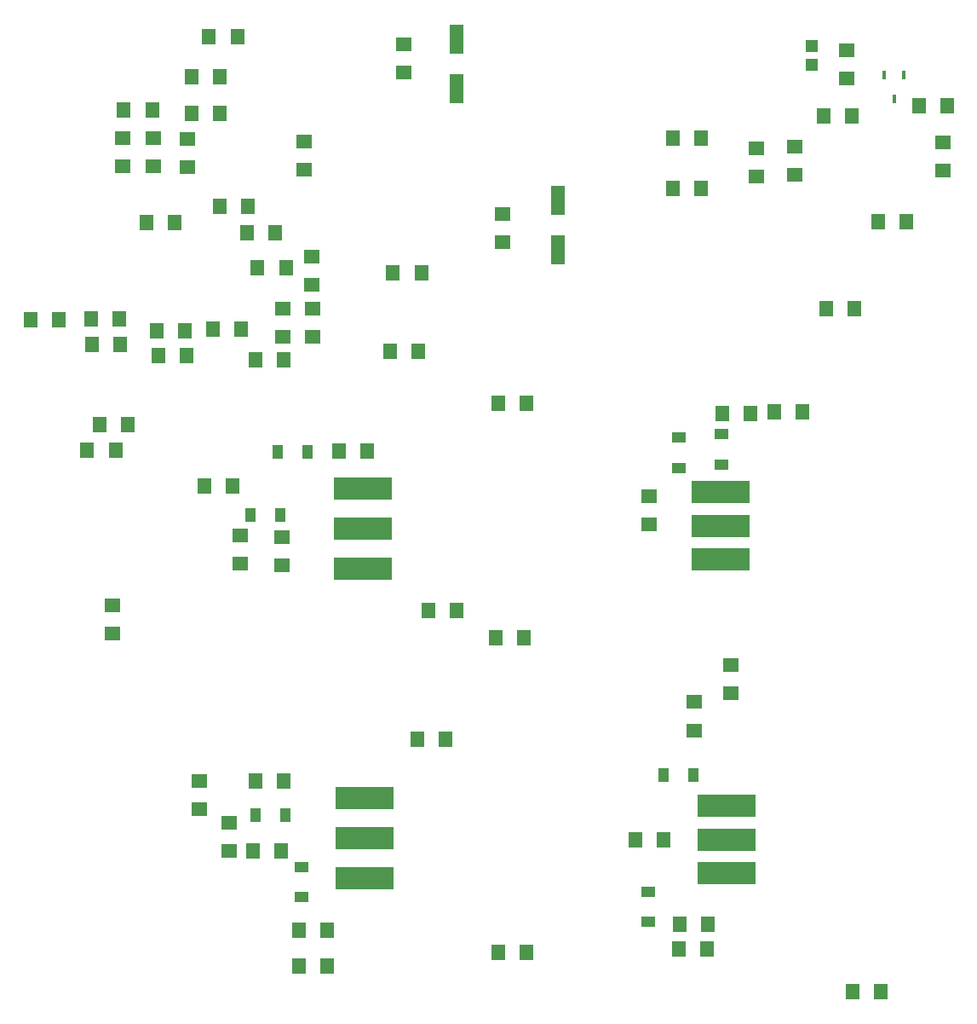
<source format=gbr>
G04 DipTrace 3.3.1.1*
G04 TopPaste.gbr*
%MOIN*%
G04 #@! TF.FileFunction,Paste,Top*
G04 #@! TF.Part,Single*
%ADD65R,0.017591X0.033339*%
%ADD71R,0.22822X0.090425*%
%ADD75R,0.054992X0.039244*%
%ADD77R,0.039244X0.054992*%
%ADD85R,0.051055X0.051055*%
%ADD91R,0.054992X0.116016*%
%ADD93R,0.054992X0.062866*%
%ADD95R,0.062866X0.054992*%
%FSLAX26Y26*%
G04*
G70*
G90*
G75*
G01*
G04 TopPaste*
%LPD*%
D95*
X1103199Y3822227D3*
Y3711991D3*
D93*
X1339160Y3559132D3*
X1228924D3*
D95*
X1475169Y3157104D3*
Y3046867D3*
D93*
X836601Y3118003D3*
X726365D3*
X598668Y3116119D3*
X488432D3*
X1312610Y3076371D3*
X1202374D3*
X1092453Y3071311D3*
X982217D3*
X821551Y2603009D3*
X711315D3*
X1908001Y3298173D3*
X2018238D3*
D95*
X2336211Y3527260D3*
Y3417024D3*
D91*
X2552525Y3582123D3*
Y3389210D3*
D95*
X3684021Y4056682D3*
Y4166919D3*
D93*
X2008173Y2992425D3*
X1897937D3*
X1540364Y586604D3*
X1650600D3*
X1280109Y2465066D3*
X1169873D3*
D95*
X810361Y1887094D3*
Y1997331D3*
X1148274Y1311770D3*
Y1201534D3*
D93*
X1370008Y1312820D3*
X1480244D3*
X1360703Y1038699D3*
X1470940D3*
D95*
X1471665Y2154916D3*
Y2265152D3*
D93*
X2318870Y641610D3*
X2429106D3*
X2318711Y2788990D3*
X2428948D3*
X3707400Y488035D3*
X3817636D3*
X3602601Y3159388D3*
X3712837D3*
X3400178Y2753585D3*
X3510415D3*
D95*
X2911320Y2315238D3*
Y2425474D3*
D93*
X2156715Y1978043D3*
X2046479D3*
X2420647Y1871749D3*
X2310411D3*
D95*
X3228646Y1653843D3*
Y1764079D3*
X3087227Y1619731D3*
Y1509495D3*
D93*
X2003192Y1474260D3*
X2113428D3*
X2967014Y1080387D3*
X2856778D3*
X3137785Y655677D3*
X3027549D3*
D95*
X1948256Y4192584D3*
Y4082348D3*
D91*
X2156333Y4212270D3*
Y4019357D3*
D93*
X3805567Y3496760D3*
X3915803D3*
D95*
X1591259Y3360711D3*
Y3250475D3*
D77*
X1455295Y2598541D3*
X1573406D3*
X1349807Y2349718D3*
X1467917D3*
D75*
X1549425Y975961D3*
Y857850D3*
D77*
X1368255Y1177689D3*
X1486365D3*
D75*
X3193508Y2548127D3*
Y2666238D3*
X3025442Y2535003D3*
Y2653113D3*
D77*
X2965458Y1334285D3*
X3083568D3*
D75*
X2906987Y878322D3*
Y760211D3*
D71*
X3191066Y2440558D3*
Y2309552D3*
Y2178549D3*
X3211829Y1213572D3*
Y1082568D3*
Y951563D3*
X1790343Y2455913D3*
Y2298433D3*
Y2140953D3*
X1796933Y1245472D3*
D85*
X3545965Y4112457D3*
D71*
X1796933Y1087992D3*
Y930512D3*
D85*
X3546568Y4184198D3*
D65*
X3906240Y4069672D3*
X3831437D3*
X3868839Y3979121D3*
D95*
X1559677Y3810828D3*
Y3700592D3*
D93*
X1121236Y4063608D3*
X1231472D3*
X1118807Y3922202D3*
X1229043D3*
D95*
X970064Y3715726D3*
Y3825962D3*
D93*
X1051836Y3495514D3*
X941600D3*
X1337251Y3453525D3*
X1447487D3*
X1488291Y3316819D3*
X1378055D3*
X870571Y2705429D3*
X760335D3*
D95*
X1591526Y3158130D3*
Y3047894D3*
D93*
X1479239Y2959493D3*
X1369003D3*
X1099707Y2972954D3*
X989471D3*
X839546Y3016936D3*
X729310D3*
X1188098Y4219588D3*
X1298335D3*
X4075921Y3951438D3*
X3965685D3*
X3703802Y3912617D3*
X3593566D3*
X1696056Y2602705D3*
X1806293D3*
X1649441Y726459D3*
X1539205D3*
D95*
X1266777Y1148871D3*
Y1038635D3*
X1308965Y2270009D3*
Y2159773D3*
D93*
X3306346Y2748516D3*
X3196110D3*
X3140857Y752024D3*
X3030621D3*
X3114014Y3627820D3*
X3003778D3*
X3113047Y3825076D3*
X3002811D3*
D95*
X3330463Y3673525D3*
Y3783761D3*
X3478896Y3682108D3*
Y3792344D3*
X4060869Y3697243D3*
Y3807479D3*
X851190Y3715722D3*
Y3825958D3*
D93*
X964976Y3934490D3*
X854740D3*
M02*

</source>
